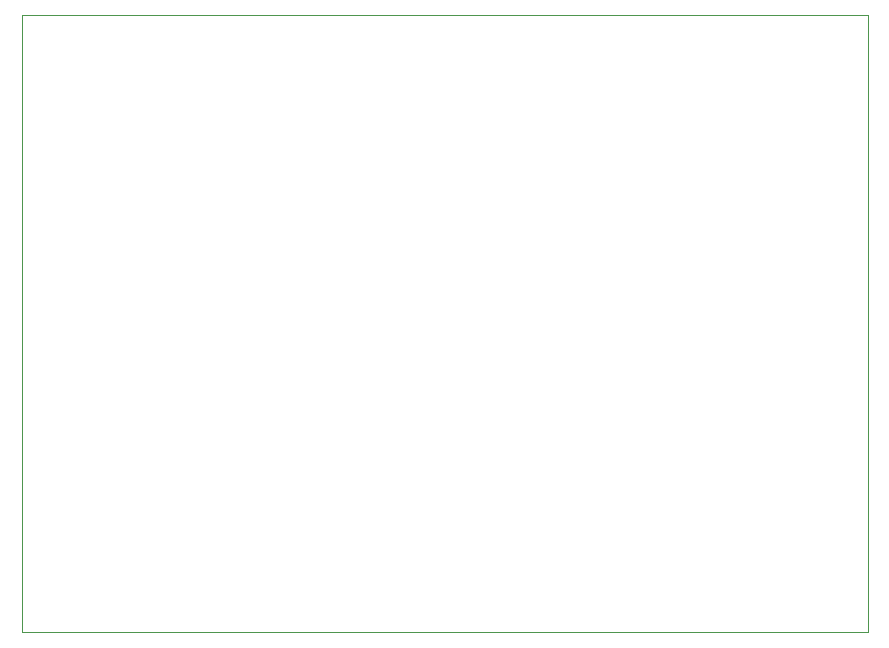
<source format=gbr>
%TF.GenerationSoftware,KiCad,Pcbnew,6.0.2+dfsg-1*%
%TF.CreationDate,2022-09-06T17:18:23-04:00*%
%TF.ProjectId,main-skulls,6d61696e-2d73-46b7-956c-6c732e6b6963,rev?*%
%TF.SameCoordinates,Original*%
%TF.FileFunction,Profile,NP*%
%FSLAX46Y46*%
G04 Gerber Fmt 4.6, Leading zero omitted, Abs format (unit mm)*
G04 Created by KiCad (PCBNEW 6.0.2+dfsg-1) date 2022-09-06 17:18:23*
%MOMM*%
%LPD*%
G01*
G04 APERTURE LIST*
%TA.AperFunction,Profile*%
%ADD10C,0.100000*%
%TD*%
G04 APERTURE END LIST*
D10*
X107188000Y-73279000D02*
X178816000Y-73279000D01*
X178816000Y-73279000D02*
X178816000Y-125476000D01*
X178816000Y-125476000D02*
X107188000Y-125476000D01*
X107188000Y-125476000D02*
X107188000Y-73279000D01*
M02*

</source>
